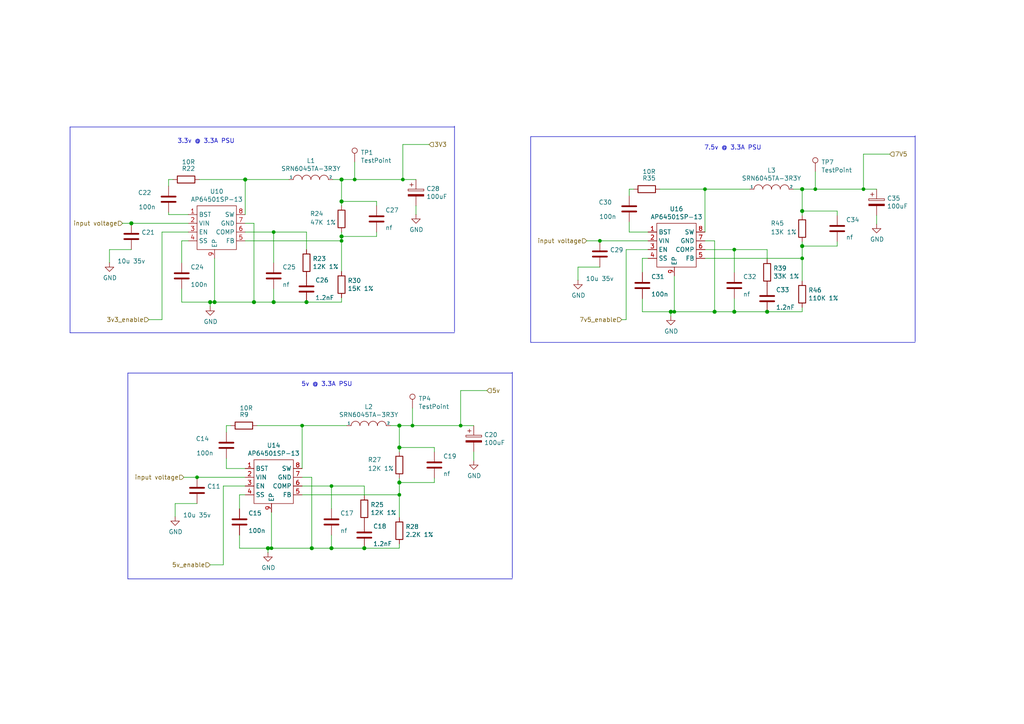
<source format=kicad_sch>
(kicad_sch (version 20231120) (generator "eeschema") (generator_version "8.0")
  (paper "A4")
  (title_block (title "Compute Module 4 IO Board - PSUs") (company "© 2020-2022 Raspberry Pi Ltd (formerly Raspberry Pi (Trading) Ltd.)") (comment 1 "www.raspberrypi.com"))
  (lib_symbols
    (symbol "CM4IO:AP64351"
      (property "Reference" "U" (at 0 8.89 0))
      (property "Value" "AP64351" (at 1.27 6.35 0))
      (symbol "AP64351_0_1"
        (rectangle (start -5.08 5.08) (end 6.35 -7.62))
      )
      (symbol "AP64351_1_1"
        (pin passive line (at -7.62 2.54 0) (length 2.54) (name "BST") (number "1"))
        (pin power_in line (at -7.62 0 0) (length 2.54) (name "VIN") (number "2"))
        (pin input line (at -7.62 -2.54 0) (length 2.54) (name "EN") (number "3"))
        (pin input line (at -7.62 -5.08 0) (length 2.54) (name "SS") (number "4"))
        (pin input line (at 8.89 -5.08 180) (length 2.54) (name "FB") (number "5"))
        (pin input line (at 8.89 -2.54 180) (length 2.54) (name "COMP") (number "6"))
        (pin power_in line (at 8.89 0 180) (length 2.54) (name "GND") (number "7"))
        (pin output line (at 8.89 2.54 180) (length 2.54) (name "SW") (number "8"))
        (pin passive line (at 0 -10.16 90) (length 2.54) (name "EP") (number "9"))
      )
    )
    (symbol "Connector:TestPoint" (pin_numbers hide) (pin_names (offset 0.762) hide)
      (property "Reference" "TP" (at 0 6.858 0))
      (property "Value" "TestPoint" (at 0 5.08 0))
      (symbol "TestPoint_0_1"
        (circle (center 0 3.302) (radius 0.762))
      )
      (symbol "TestPoint_1_1"
        (pin passive line (at 0 0 90) (length 2.54) (name "1") (number "1"))
      )
    )
    (symbol "Device:C" (pin_numbers hide) (pin_names (offset 0.254))
      (property "Reference" "C" (at 0.635 2.54 0))
      (property "Value" "C" (at 0.635 -2.54 0))
      (symbol "C_0_1"
        (polyline (pts (xy -2.032 -0.762) (xy 2.032 -0.762)) (stroke (width 0.508)))
        (polyline (pts (xy -2.032 0.762) (xy 2.032 0.762)) (stroke (width 0.508)))
      )
      (symbol "C_1_1"
        (pin passive line (at 0 3.81 270) (length 2.794) (name "~") (number "1"))
        (pin passive line (at 0 -3.81 90) (length 2.794) (name "~") (number "2"))
      )
    )
    (symbol "Device:CP" (pin_numbers hide) (pin_names (offset 0.254))
      (property "Reference" "C" (at 0.635 2.54 0))
      (property "Value" "CP" (at 0.635 -2.54 0))
      (symbol "CP_0_1"
        (rectangle (start -2.286 0.508) (end 2.286 1.016))
        (polyline (pts (xy -1.778 2.286) (xy -0.762 2.286)))
        (polyline (pts (xy -1.27 2.794) (xy -1.27 1.778)))
        (rectangle (start 2.286 -0.508) (end -2.286 -1.016) (fill (type outline)))
      )
      (symbol "CP_1_1"
        (pin passive line (at 0 3.81 270) (length 2.794) (name "~") (number "1"))
        (pin passive line (at 0 -3.81 90) (length 2.794) (name "~") (number "2"))
      )
    )
    (symbol "Device:R" (pin_numbers hide) (pin_names (offset 0))
      (property "Reference" "R" (at 2.032 0 90))
      (property "Value" "R" (at 0 0 90))
      (symbol "R_0_1"
        (rectangle (start -1.016 -2.54) (end 1.016 2.54) (stroke (width 0.254)))
      )
      (symbol "R_1_1"
        (pin passive line (at 0 3.81 270) (length 1.27) (name "~") (number "1"))
        (pin passive line (at 0 -3.81 90) (length 1.27) (name "~") (number "2"))
      )
    )
    (symbol "power:GND" (power) (pin_numbers hide) (pin_names (offset 0) hide)
      (property "Value" "GND" (at 0 -3.81 0))
      (symbol "GND_0_1"
        (polyline (pts (xy 0 0) (xy 0 -1.27) (xy 1.27 -1.27) (xy 0 -2.54) (xy -1.27 -1.27) (xy 0 -1.27)))
      )
      (symbol "GND_1_1"
        (pin power_in line (at 0 0 270) (length 0) (name "~") (number "1"))
      )
    )
    (symbol "pspice:INDUCTOR" (pin_numbers hide) (pin_names (offset 0))
      (property "Reference" "L" (at 0 2.54 0))
      (property "Value" "INDUCTOR" (at 0 -1.27 0))
      (symbol "INDUCTOR_0_1"
        (arc (start -2.54 0) (mid -3.81 1.2645) (end -5.08 0))
        (arc (start 0 0) (mid -1.27 1.2645) (end -2.54 0))
        (arc (start 2.54 0) (mid 1.27 1.2645) (end 0 0))
        (arc (start 5.08 0) (mid 3.81 1.2645) (end 2.54 0))
      )
      (symbol "INDUCTOR_1_1"
        (pin input line (at -6.35 0 0) (length 1.27) (name "1") (number "1"))
        (pin input line (at 6.35 0 180) (length 1.27) (name "2") (number "2"))
      )
    )
  )
  (junction (at 204.47 54.864))
  (junction (at 232.664 61.214) (diameter 1.016))
  (junction (at 60.96 87.63) (diameter 1.016))
  (junction (at 90.424 159.004) (diameter 1.016))
  (junction (at 57.15 138.43))
  (junction (at 79.375 67.31))
  (junction (at 99.06 69.85))
  (junction (at 99.06 58.42) (diameter 1.016))
  (junction (at 212.979 90.424) (diameter 1.016))
  (junction (at 71.12 52.07) (diameter 1.016))
  (junction (at 38.1 64.77) (diameter 1.016))
  (junction (at 115.824 143.51))
  (junction (at 232.664 54.864) (diameter 1.016))
  (junction (at 102.87 52.07))
  (junction (at 212.979 72.39))
  (junction (at 115.824 139.954) (diameter 1.016))
  (junction (at 133.604 123.444))
  (junction (at 236.474 54.864))
  (junction (at 88.9 87.63) (diameter 1.016))
  (junction (at 79.375 87.63) (diameter 1.016))
  (junction (at 119.634 123.444))
  (junction (at 96.139 159.004) (diameter 1.016))
  (junction (at 173.99 69.85))
  (junction (at 73.66 87.63) (diameter 1.016))
  (junction (at 62.23 87.63) (diameter 1.016))
  (junction (at 222.504 90.424) (diameter 1.016))
  (junction (at 115.824 129.794) (diameter 1.016))
  (junction (at 116.84 52.07))
  (junction (at 96.139 140.97))
  (junction (at 99.06 68.58) (diameter 1.016))
  (junction (at 232.664 74.93))
  (junction (at 250.444 54.864))
  (junction (at 105.664 159.004) (diameter 1.016))
  (junction (at 207.264 90.424) (diameter 1.016))
  (junction (at 194.564 90.424) (diameter 1.016))
  (junction (at 232.664 71.374) (diameter 1.016))
  (junction (at 77.724 159.004) (diameter 1.016))
  (junction (at 115.824 123.444) (diameter 1.016))
  (junction (at 87.63 123.444))
  (junction (at 195.58 90.424))
  (junction (at 99.06 52.07) (diameter 1.016))
  (junction (at 78.74 159.004))
  (wire (pts (xy 52.705 83.82) (xy 52.705 87.63)))
  (wire (pts (xy 133.604 123.444) (xy 133.604 113.284)))
  (wire (pts (xy 99.06 58.42) (xy 109.22 58.42)))
  (wire (pts (xy 254.254 62.484) (xy 254.254 65.024)))
  (wire (pts (xy 99.06 67.31) (xy 99.06 68.58)))
  (wire (pts (xy 90.424 159.004) (xy 96.139 159.004)))
  (wire (pts (xy 232.664 61.214) (xy 232.664 62.484)))
  (wire (pts (xy 250.444 44.704) (xy 258.064 44.704)))
  (wire (pts (xy 65.659 123.444) (xy 66.929 123.444)))
  (wire (pts (xy 232.664 54.864) (xy 232.664 61.214)))
  (wire (pts (xy 71.12 52.07) (xy 71.12 62.23)))
  (wire (pts (xy 182.499 67.31) (xy 187.96 67.31)))
  (polyline (pts (xy 148.59 167.894) (xy 37.084 167.894)) (stroke (width 0) (type solid)))
  (wire (pts (xy 207.264 69.85) (xy 207.264 90.424)))
  (wire (pts (xy 167.64 77.47) (xy 167.64 81.28)))
  (wire (pts (xy 194.564 91.694) (xy 194.564 90.424)))
  (wire (pts (xy 52.705 69.85) (xy 52.705 76.2)))
  (wire (pts (xy 232.664 90.424) (xy 232.664 89.154)))
  (wire (pts (xy 60.96 88.9) (xy 60.96 87.63)))
  (wire (pts (xy 115.824 139.954) (xy 115.824 143.51)))
  (wire (pts (xy 133.604 123.444) (xy 137.414 123.444)))
  (wire (pts (xy 250.444 54.864) (xy 250.444 44.704)))
  (wire (pts (xy 99.06 69.85) (xy 99.06 78.74)))
  (wire (pts (xy 99.06 52.07) (xy 99.06 58.42)))
  (wire (pts (xy 77.724 160.274) (xy 77.724 159.004)))
  (wire (pts (xy 236.474 54.864) (xy 250.444 54.864)))
  (wire (pts (xy 204.47 72.39) (xy 212.979 72.39)))
  (wire (pts (xy 115.824 143.51) (xy 115.824 150.114)))
  (wire (pts (xy 212.979 86.614) (xy 212.979 90.424)))
  (wire (pts (xy 71.12 67.31) (xy 79.375 67.31)))
  (wire (pts (xy 212.979 72.39) (xy 212.979 78.994)))
  (wire (pts (xy 204.47 54.864) (xy 204.47 67.31)))
  (wire (pts (xy 64.77 163.83) (xy 60.96 163.83)))
  (polyline (pts (xy 148.59 107.95) (xy 148.59 167.64)) (stroke (width 0) (type solid)))
  (wire (pts (xy 50.8 146.05) (xy 50.8 149.86)))
  (wire (pts (xy 96.139 140.97) (xy 96.139 147.574)))
  (wire (pts (xy 87.63 123.444) (xy 87.63 135.89)))
  (wire (pts (xy 31.75 72.39) (xy 38.1 72.39)))
  (wire (pts (xy 232.664 71.374) (xy 232.664 74.93)))
  (wire (pts (xy 71.12 140.97) (xy 64.77 140.97)))
  (wire (pts (xy 186.309 74.93) (xy 186.309 78.994)))
  (wire (pts (xy 73.66 64.77) (xy 73.66 87.63)))
  (wire (pts (xy 57.15 138.43) (xy 71.12 138.43)))
  (wire (pts (xy 99.06 52.07) (xy 102.87 52.07)))
  (wire (pts (xy 181.61 92.71) (xy 180.34 92.71)))
  (wire (pts (xy 173.99 69.85) (xy 187.96 69.85)))
  (wire (pts (xy 53.34 138.43) (xy 57.15 138.43)))
  (wire (pts (xy 232.664 70.104) (xy 232.664 71.374)))
  (wire (pts (xy 109.22 68.58) (xy 109.22 67.31)))
  (polyline (pts (xy 37.084 108.204) (xy 148.59 108.204)) (stroke (width 0) (type solid)))
  (wire (pts (xy 50.8 146.05) (xy 57.15 146.05)))
  (wire (pts (xy 77.724 159.004) (xy 78.74 159.004)))
  (wire (pts (xy 62.23 74.93) (xy 62.23 87.63)))
  (wire (pts (xy 105.664 140.97) (xy 105.664 143.764)))
  (wire (pts (xy 48.895 61.595) (xy 48.895 62.23)))
  (wire (pts (xy 60.96 87.63) (xy 62.23 87.63)))
  (wire (pts (xy 230.124 54.864) (xy 232.664 54.864)))
  (wire (pts (xy 48.895 53.975) (xy 48.895 52.07)))
  (wire (pts (xy 125.984 129.794) (xy 125.984 131.064)))
  (wire (pts (xy 232.664 61.214) (xy 242.824 61.214)))
  (wire (pts (xy 31.75 72.39) (xy 31.75 76.2)))
  (wire (pts (xy 69.469 155.194) (xy 69.469 159.004)))
  (wire (pts (xy 99.06 58.42) (xy 99.06 59.69)))
  (wire (pts (xy 102.87 46.99) (xy 102.87 52.07)))
  (wire (pts (xy 222.504 90.424) (xy 232.664 90.424)))
  (wire (pts (xy 242.824 71.374) (xy 242.824 70.104)))
  (wire (pts (xy 48.895 62.23) (xy 54.61 62.23)))
  (wire (pts (xy 73.66 87.63) (xy 79.375 87.63)))
  (wire (pts (xy 65.659 135.89) (xy 71.12 135.89)))
  (wire (pts (xy 52.705 87.63) (xy 60.96 87.63)))
  (wire (pts (xy 35.433 64.77) (xy 38.1 64.77)))
  (wire (pts (xy 79.375 83.82) (xy 79.375 87.63)))
  (wire (pts (xy 119.634 118.364) (xy 119.634 123.444)))
  (wire (pts (xy 167.64 77.47) (xy 173.99 77.47)))
  (wire (pts (xy 79.375 87.63) (xy 88.9 87.63)))
  (wire (pts (xy 38.1 64.77) (xy 54.61 64.77)))
  (polyline (pts (xy 265.43 39.37) (xy 265.43 99.06)) (stroke (width 0) (type solid)))
  (polyline (pts (xy 153.924 39.624) (xy 265.43 39.624)) (stroke (width 0) (type solid)))
  (polyline (pts (xy 265.43 99.314) (xy 153.924 99.314)) (stroke (width 0) (type solid)))
  (wire (pts (xy 79.375 67.31) (xy 88.9 67.31)))
  (wire (pts (xy 232.664 54.864) (xy 236.474 54.864)))
  (polyline (pts (xy 20.32 36.83) (xy 20.32 96.52)) (stroke (width 0) (type solid)))
  (wire (pts (xy 187.96 74.93) (xy 186.309 74.93)))
  (polyline (pts (xy 131.826 36.576) (xy 131.826 96.266)) (stroke (width 0) (type solid)))
  (wire (pts (xy 69.469 159.004) (xy 77.724 159.004)))
  (wire (pts (xy 125.984 139.954) (xy 125.984 138.684)))
  (wire (pts (xy 232.664 71.374) (xy 242.824 71.374)))
  (wire (pts (xy 204.47 54.864) (xy 217.424 54.864)))
  (wire (pts (xy 88.9 72.39) (xy 88.9 67.31)))
  (wire (pts (xy 195.58 90.424) (xy 207.264 90.424)))
  (wire (pts (xy 207.264 90.424) (xy 212.979 90.424)))
  (wire (pts (xy 99.06 68.58) (xy 99.06 69.85)))
  (wire (pts (xy 87.63 143.51) (xy 115.824 143.51)))
  (wire (pts (xy 87.63 138.43) (xy 90.424 138.43)))
  (wire (pts (xy 116.84 52.07) (xy 116.84 41.91)))
  (wire (pts (xy 181.61 72.39) (xy 181.61 92.71)))
  (wire (pts (xy 187.96 72.39) (xy 181.61 72.39)))
  (wire (pts (xy 74.549 123.444) (xy 87.63 123.444)))
  (wire (pts (xy 133.604 113.284) (xy 141.224 113.284)))
  (polyline (pts (xy 37.084 108.204) (xy 37.084 167.894)) (stroke (width 0) (type solid)))
  (wire (pts (xy 186.309 90.424) (xy 194.564 90.424)))
  (wire (pts (xy 46.99 67.31) (xy 46.99 92.71)))
  (wire (pts (xy 115.824 129.794) (xy 115.824 131.064)))
  (wire (pts (xy 65.659 125.349) (xy 65.659 123.444)))
  (wire (pts (xy 99.06 68.58) (xy 109.22 68.58)))
  (wire (pts (xy 222.504 72.39) (xy 222.504 75.184)))
  (wire (pts (xy 242.824 61.214) (xy 242.824 62.484)))
  (wire (pts (xy 71.12 64.77) (xy 73.66 64.77)))
  (wire (pts (xy 96.139 159.004) (xy 105.664 159.004)))
  (polyline (pts (xy 153.924 39.624) (xy 153.924 99.314)) (stroke (width 0) (type solid)))
  (wire (pts (xy 195.58 80.01) (xy 195.58 90.424)))
  (wire (pts (xy 204.47 69.85) (xy 207.264 69.85)))
  (wire (pts (xy 79.375 67.31) (xy 79.375 76.2)))
  (wire (pts (xy 212.979 72.39) (xy 222.504 72.39)))
  (wire (pts (xy 62.23 87.63) (xy 73.66 87.63)))
  (wire (pts (xy 105.664 159.004) (xy 115.824 159.004)))
  (wire (pts (xy 71.12 69.85) (xy 99.06 69.85)))
  (wire (pts (xy 71.12 143.51) (xy 69.469 143.51)))
  (wire (pts (xy 115.824 129.794) (xy 125.984 129.794)))
  (wire (pts (xy 116.84 41.91) (xy 124.46 41.91)))
  (polyline (pts (xy 131.826 96.52) (xy 20.32 96.52)) (stroke (width 0) (type solid)))
  (wire (pts (xy 78.74 159.004) (xy 90.424 159.004)))
  (wire (pts (xy 115.824 123.444) (xy 119.634 123.444)))
  (wire (pts (xy 170.18 69.85) (xy 173.99 69.85)))
  (wire (pts (xy 96.52 52.07) (xy 99.06 52.07)))
  (polyline (pts (xy 20.32 36.83) (xy 131.826 36.83)) (stroke (width 0) (type solid)))
  (wire (pts (xy 90.424 138.43) (xy 90.424 159.004)))
  (wire (pts (xy 113.284 123.444) (xy 115.824 123.444)))
  (wire (pts (xy 116.84 52.07) (xy 120.65 52.07)))
  (wire (pts (xy 69.469 143.51) (xy 69.469 147.574)))
  (wire (pts (xy 96.139 155.194) (xy 96.139 159.004)))
  (wire (pts (xy 182.499 54.864) (xy 183.769 54.864)))
  (wire (pts (xy 119.634 123.444) (xy 133.604 123.444)))
  (wire (pts (xy 99.06 87.63) (xy 99.06 86.36)))
  (wire (pts (xy 232.664 74.93) (xy 232.664 81.534)))
  (wire (pts (xy 212.979 90.424) (xy 222.504 90.424)))
  (wire (pts (xy 78.74 148.59) (xy 78.74 159.004)))
  (wire (pts (xy 102.87 52.07) (xy 116.84 52.07)))
  (wire (pts (xy 109.22 58.42) (xy 109.22 59.69)))
  (wire (pts (xy 71.12 52.07) (xy 83.82 52.07)))
  (wire (pts (xy 236.474 49.784) (xy 236.474 54.864)))
  (wire (pts (xy 54.61 69.85) (xy 52.705 69.85)))
  (wire (pts (xy 115.824 139.954) (xy 125.984 139.954)))
  (wire (pts (xy 194.564 90.424) (xy 195.58 90.424)))
  (wire (pts (xy 57.785 52.07) (xy 71.12 52.07)))
  (wire (pts (xy 64.77 140.97) (xy 64.77 163.83)))
  (wire (pts (xy 115.824 159.004) (xy 115.824 157.734)))
  (wire (pts (xy 87.63 140.97) (xy 96.139 140.97)))
  (wire (pts (xy 137.414 131.064) (xy 137.414 133.604)))
  (wire (pts (xy 120.65 59.69) (xy 120.65 62.23)))
  (wire (pts (xy 204.47 74.93) (xy 232.664 74.93)))
  (wire (pts (xy 48.895 52.07) (xy 50.165 52.07)))
  (wire (pts (xy 191.389 54.864) (xy 204.47 54.864)))
  (wire (pts (xy 54.61 67.31) (xy 46.99 67.31)))
  (wire (pts (xy 182.499 64.389) (xy 182.499 67.31)))
  (wire (pts (xy 96.139 140.97) (xy 105.664 140.97)))
  (wire (pts (xy 87.63 123.444) (xy 100.584 123.444)))
  (wire (pts (xy 115.824 123.444) (xy 115.824 129.794)))
  (wire (pts (xy 46.99 92.71) (xy 43.18 92.71)))
  (wire (pts (xy 182.499 56.769) (xy 182.499 54.864)))
  (wire (pts (xy 115.824 138.684) (xy 115.824 139.954)))
  (wire (pts (xy 250.444 54.864) (xy 254.254 54.864)))
  (wire (pts (xy 186.309 86.614) (xy 186.309 90.424)))
  (wire (pts (xy 88.9 87.63) (xy 99.06 87.63)))
  (wire (pts (xy 65.659 132.969) (xy 65.659 135.89)))
  (text "7.5v @ 3.3A PSU" (at 204.216 43.688 0) (effects (font (size 1.27 1.27)) (justify left bottom)))
  (text "5v @ 3.3A PSU" (at 87.376 112.268 0) (effects (font (size 1.27 1.27)) (justify left bottom)))
  (text "3.3v @ 3.3A PSU\n\n" (at 51.435 43.815 0) (effects (font (size 1.27 1.27)) (justify left bottom)))
  (hierarchical_label "5v_enable" (shape input) (at 60.96 163.83 180))
  (hierarchical_label "7v5_enable" (shape input) (at 180.34 92.71 180))
  (hierarchical_label "input voltage" (shape input) (at 35.56 64.77 180))
  (hierarchical_label "3v3_enable" (shape input) (at 43.18 92.71 180))
  (hierarchical_label "7V5" (shape input) (at 258.064 44.704 0))
  (hierarchical_label "3V3" (shape input) (at 124.46 41.91 0))
  (hierarchical_label "5v" (shape input) (at 141.224 113.284 0))
  (hierarchical_label "input voltage" (shape input) (at 170.18 69.85 180))
  (hierarchical_label "input voltage" (shape input) (at 53.34 138.43 180))
  (symbol (lib_id "Device:R") (at 70.739 123.444 270) (unit 1)
    (property "Reference" "R9" (at 69.469 120.269 90) (effects (justify left)))
    (property "Value" "10R" (at 69.469 118.364 90) (effects (justify left)))
    (property "Footprint" "Resistor_SMD:R_0805_2012Metric_Pad1.20x1.40mm_HandSolder" (effects (hide yes)))
    (property "Description" "Resistor" (effects (hide yes)))
    (property "Field4" "Farnell" (effects (hide yes)))
    (property "Field5" "9238999" (effects (hide yes)))
    (property "Field7" "Yageo" (effects (hide yes)))
    (property "Field6" "RC0402FR-0710RL" (effects (hide yes)))
    (property "Field8" "URES00256" (effects (hide yes)))
    (property "Part Description" "Resistor 10R M1005 1% 63mW" (effects (hide yes)))
  )
  (symbol (lib_id "power:GND") (at 167.64 81.28 0) (unit 1)
    (property "Reference" "#PWR055" (effects (hide yes)))
    (property "Value" "GND" (at 167.767 85.6742 0))
    (property "Description" "Power symbol creates a global label with name \"GND\" , ground" (effects (hide yes)))
  )
  (symbol (lib_id "CM4IO:AP64351") (at 195.58 69.85 0) (unit 1)
    (property "Reference" "U16" (at 196.215 60.6044 0))
    (property "Value" "AP64501SP-13" (at 196.215 62.9158 0))
    (property "Footprint" "Package_SO:SOIC-8-1EP_3.9x4.9mm_P1.27mm_EP2.95x4.9mm_Mask2.71x3.4mm_ThermalVias" (effects (hide yes)))
    (property "Datasheet" "https://www.diodes.com/assets/Datasheets/AP64501.pdf" (effects (hide yes)))
    (property "Field4" "Digikey" (effects (hide yes)))
    (property "Field5" "31-AP64501SP-13CT-ND" (effects (hide yes)))
    (property "Field6" "AP64501SP-13" (effects (hide yes)))
    (property "Field7" "Diodes" (effects (hide yes)))
    (property "Part Description" "Buck Switching Regulator IC Positive Adjustable 0.8V 1 Output 5A 8-SOIC (0.154\", 3.90mm Width) Exposed Pad" (effects (hide yes)))
  )
  (symbol (lib_id "Device:R") (at 115.824 134.874 0) (unit 1)
    (property "Reference" "R27" (at 106.68 133.35 0) (effects (justify left)))
    (property "Value" "12K 1%" (at 106.68 135.89 0) (effects (justify left)))
    (property "Footprint" "Resistor_SMD:R_0805_2012Metric_Pad1.20x1.40mm_HandSolder" (effects (hide yes)))
    (property "Description" "Resistor" (effects (hide yes)))
    (property "Field4" "Farnell" (effects (hide yes)))
    (property "Field5" "9239430" (effects (hide yes)))
    (property "Field7" "KOA EUROPE GMBH" (effects (hide yes)))
    (property "Field6" "RK73G1ETQTP4702D  " (effects (hide yes)))
    (property "Part Description" "Resistor 47K M1005 1% 63mW" (effects (hide yes)))
    (property "Field8" "120892781" (effects (hide yes)))
  )
  (symbol (lib_id "Device:C") (at 125.984 134.874 0) (unit 1)
    (property "Reference" "C19" (at 128.524 132.334 0) (effects (justify left)))
    (property "Value" "nf" (at 128.524 137.414 0) (effects (justify left)))
    (property "Footprint" "Capacitor_SMD:C_0805_2012Metric" (effects (hide yes)))
    (property "Description" "Unpolarized capacitor" (effects (hide yes)))
    (property "Field4" "Digikey" (effects (hide yes)))
    (property "Field5" "	490-17672-2-ND" (effects (hide yes)))
    (property "Field6" "GJM1555C1H270JB01D" (effects (hide yes)))
    (property "Field7" "Murata" (effects (hide yes)))
    (property "Part Description" "	27pF 5% 50V Ceramic Capacitor C0G, NP0 0402 (1005 Metric)" (effects (hide yes)))
  )
  (symbol (lib_id "Device:C") (at 65.659 129.159 0) (unit 1)
    (property "Reference" "C14" (at 56.769 127.254 0) (effects (justify left)))
    (property "Value" "100n" (at 56.9214 131.4196 0) (effects (justify left)))
    (property "Footprint" "Capacitor_SMD:C_0805_2012Metric" (effects (hide yes)))
    (property "Description" "Unpolarized capacitor" (effects (hide yes)))
    (property "Field4" "Farnell" (effects (hide yes)))
    (property "Field5" "2611911" (effects (hide yes)))
    (property "Field6" "RM EMK105 B7104KV-F" (effects (hide yes)))
    (property "Field7" "TAIYO YUDEN EUROPE GMBH" (effects (hide yes)))
    (property "Part Description" "	0.1uF 10% 16V Ceramic Capacitor X7R 0402 (1005 Metric)" (effects (hide yes)))
    (property "Field8" "110091611" (effects (hide yes)))
  )
  (symbol (lib_id "power:GND") (at 194.564 91.694 0) (unit 1)
    (property "Reference" "#PWR056" (effects (hide yes)))
    (property "Value" "GND" (at 194.691 96.0882 0))
    (property "Description" "Power symbol creates a global label with name \"GND\" , ground" (effects (hide yes)))
  )
  (symbol (lib_id "Device:R") (at 99.06 63.5 0) (unit 1)
    (property "Reference" "R24" (at 89.916 61.976 0) (effects (justify left)))
    (property "Value" "47K 1%" (at 89.916 64.516 0) (effects (justify left)))
    (property "Footprint" "Resistor_SMD:R_0805_2012Metric_Pad1.20x1.40mm_HandSolder" (effects (hide yes)))
    (property "Description" "Resistor" (effects (hide yes)))
    (property "Field4" "Farnell" (effects (hide yes)))
    (property "Field5" "9239430" (effects (hide yes)))
    (property "Field7" "KOA EUROPE GMBH" (effects (hide yes)))
    (property "Field6" "RK73G1ETQTP4702D  " (effects (hide yes)))
    (property "Part Description" "Resistor 47K M1005 1% 63mW" (effects (hide yes)))
    (property "Field8" "120892781" (effects (hide yes)))
  )
  (symbol (lib_id "Device:R") (at 53.975 52.07 270) (unit 1)
    (property "Reference" "R22" (at 52.705 48.895 90) (effects (justify left)))
    (property "Value" "10R" (at 52.705 46.99 90) (effects (justify left)))
    (property "Footprint" "Resistor_SMD:R_0805_2012Metric_Pad1.20x1.40mm_HandSolder" (effects (hide yes)))
    (property "Description" "Resistor" (effects (hide yes)))
    (property "Field4" "Farnell" (effects (hide yes)))
    (property "Field5" "9238999" (effects (hide yes)))
    (property "Field7" "Yageo" (effects (hide yes)))
    (property "Field6" "RC0402FR-0710RL" (effects (hide yes)))
    (property "Field8" "URES00256" (effects (hide yes)))
    (property "Part Description" "Resistor 10R M1005 1% 63mW" (effects (hide yes)))
  )
  (symbol (lib_id "power:GND") (at 31.75 76.2 0) (unit 1)
    (property "Reference" "#PWR04" (effects (hide yes)))
    (property "Value" "GND" (at 31.877 80.5942 0))
    (property "Description" "Power symbol creates a global label with name \"GND\" , ground" (effects (hide yes)))
  )
  (symbol (lib_id "Device:C") (at 57.15 142.24 0) (unit 1)
    (property "Reference" "C11" (at 60.071 141.0716 0) (effects (justify left)))
    (property "Value" "10u 35v" (at 53.0606 149.4028 0) (effects (justify left)))
    (property "Footprint" "Capacitor_SMD:C_0805_2012Metric" (effects (hide yes)))
    (property "Description" "Unpolarized capacitor" (effects (hide yes)))
    (property "Field5" "490-10505-1-ND" (effects (hide yes)))
    (property "Field4" "Digikey" (effects (hide yes)))
    (property "Field6" "GRM21BC8YA106KE11L " (effects (hide yes)))
    (property "Field7" "Murata" (effects (hide yes)))
    (property "Part Description" "	10uF 10% or 20% 35V Ceramic Capacitor X6S 0805 (2012 Metric)" (effects (hide yes)))
  )
  (symbol (lib_id "Device:R") (at 222.504 78.994 0) (unit 1)
    (property "Reference" "R39" (at 224.282 77.8256 0) (effects (justify left)))
    (property "Value" "33K 1%" (at 224.282 80.137 0) (effects (justify left)))
    (property "Footprint" "Resistor_SMD:R_0805_2012Metric_Pad1.20x1.40mm_HandSolder" (effects (hide yes)))
    (property "Description" "Resistor" (effects (hide yes)))
    (property "Field4" "Farnell" (effects (hide yes)))
    (property "Field5" "9239367" (effects (hide yes)))
    (property "Field7" "Rohm" (effects (hide yes)))
    (property "Field6" "MCR01MZPF1202" (effects (hide yes)))
    (property "Part Description" "Resistor 12K M1005 1% 63mW" (effects (hide yes)))
  )
  (symbol (lib_id "Device:R") (at 232.664 85.344 0) (unit 1)
    (property "Reference" "R46" (at 234.442 84.1756 0) (effects (justify left)))
    (property "Value" "110K 1%" (at 234.442 86.487 0) (effects (justify left)))
    (property "Footprint" "Resistor_SMD:R_0805_2012Metric_Pad1.20x1.40mm_HandSolder" (effects (hide yes)))
    (property "Description" "Resistor" (effects (hide yes)))
    (property "Field4" "Farnell" (effects (hide yes)))
    (property "Field5" "9239375" (effects (hide yes)))
    (property "Field6" "MCR01MZPF1502" (effects (hide yes)))
    (property "Field7" "Rohm" (effects (hide yes)))
    (property "Part Description" "Resistor 15K M1005 1% 63mW" (effects (hide yes)))
    (property "Field8" "120891581" (effects (hide yes)))
  )
  (symbol (lib_id "Device:R") (at 88.9 76.2 0) (unit 1)
    (property "Reference" "R23" (at 90.678 75.0316 0) (effects (justify left)))
    (property "Value" "12K 1%" (at 90.678 77.343 0) (effects (justify left)))
    (property "Footprint" "Resistor_SMD:R_0805_2012Metric_Pad1.20x1.40mm_HandSolder" (effects (hide yes)))
    (property "Description" "Resistor" (effects (hide yes)))
    (property "Field4" "Farnell" (effects (hide yes)))
    (property "Field5" "9239367" (effects (hide yes)))
    (property "Field7" "Rohm" (effects (hide yes)))
    (property "Field6" "MCR01MZPF1202" (effects (hide yes)))
    (property "Part Description" "Resistor 12K M1005 1% 63mW" (effects (hide yes)))
  )
  (symbol (lib_id "Device:R") (at 115.824 153.924 0) (unit 1)
    (property "Reference" "R28" (at 117.602 152.7556 0) (effects (justify left)))
    (property "Value" "2.2K 1%" (at 117.602 155.067 0) (effects (justify left)))
    (property "Footprint" "Resistor_SMD:R_0805_2012Metric_Pad1.20x1.40mm_HandSolder" (effects (hide yes)))
    (property "Description" "Resistor" (effects (hide yes)))
    (property "Field4" "Farnell" (effects (hide yes)))
    (property "Field5" "9239375" (effects (hide yes)))
    (property "Field6" "MCR01MZPF1502" (effects (hide yes)))
    (property "Field7" "Rohm" (effects (hide yes)))
    (property "Part Description" "Resistor 15K M1005 1% 63mW" (effects (hide yes)))
    (property "Field8" "120891581" (effects (hide yes)))
  )
  (symbol (lib_id "pspice:INDUCTOR") (at 90.17 52.07 0) (unit 1)
    (property "Reference" "L1" (at 90.17 46.609 0))
    (property "Value" "SRN6045TA-3R3Y" (at 90.17 48.9204 0))
    (property "Footprint" "Inductor_SMD:L_Bourns_SRN6045TA" (effects (hide yes)))
    (property "Datasheet" "https://www.bourns.com/docs/Product-Datasheets/SRN6045TA.pdf" (effects (hide yes)))
    (property "Field4" "Farnell" (effects (hide yes)))
    (property "Field5" "2616889" (effects (hide yes)))
    (property "Field6" "SRN6045TA-3R3Y" (effects (hide yes)))
    (property "Field7" "Bourns" (effects (hide yes)))
    (property "Part Description" "3.3µH Semi-Shielded Wirewound Inductor 7.8A 21mOhm Nonstandard" (effects (hide yes)))
  )
  (symbol (lib_id "Device:C") (at 242.824 66.294 0) (unit 1)
    (property "Reference" "C34" (at 245.364 63.754 0) (effects (justify left)))
    (property "Value" "nf" (at 245.364 68.834 0) (effects (justify left)))
    (property "Footprint" "Capacitor_SMD:C_0805_2012Metric" (effects (hide yes)))
    (property "Description" "Unpolarized capacitor" (effects (hide yes)))
    (property "Field4" "Digikey" (effects (hide yes)))
    (property "Field5" "	490-17672-2-ND" (effects (hide yes)))
    (property "Field6" "GJM1555C1H270JB01D" (effects (hide yes)))
    (property "Field7" "Murata" (effects (hide yes)))
    (property "Part Description" "	27pF 5% 50V Ceramic Capacitor C0G, NP0 0402 (1005 Metric)" (effects (hide yes)))
  )
  (symbol (lib_id "power:GND") (at 77.724 160.274 0) (unit 1)
    (property "Reference" "#PWR052" (effects (hide yes)))
    (property "Value" "GND" (at 77.851 164.6682 0))
    (property "Description" "Power symbol creates a global label with name \"GND\" , ground" (effects (hide yes)))
  )
  (symbol (lib_id "pspice:INDUCTOR") (at 106.934 123.444 0) (unit 1)
    (property "Reference" "L2" (at 106.934 117.983 0))
    (property "Value" "SRN6045TA-3R3Y" (at 106.934 120.2944 0))
    (property "Footprint" "Inductor_SMD:L_Bourns_SRN6045TA" (effects (hide yes)))
    (property "Datasheet" "https://www.bourns.com/docs/Product-Datasheets/SRN6045TA.pdf" (effects (hide yes)))
    (property "Field4" "Farnell" (effects (hide yes)))
    (property "Field5" "2616889" (effects (hide yes)))
    (property "Field6" "SRN6045TA-3R3Y" (effects (hide yes)))
    (property "Field7" "Bourns" (effects (hide yes)))
    (property "Part Description" "3.3µH Semi-Shielded Wirewound Inductor 7.8A 21mOhm Nonstandard" (effects (hide yes)))
  )
  (symbol (lib_id "Connector:TestPoint") (at 236.474 49.784 0) (unit 1)
    (property "Reference" "TP7" (at 238.2012 47.0408 0) (effects (justify left)))
    (property "Value" "TestPoint" (at 238.2012 49.3522 0) (effects (justify left)))
    (property "Footprint" "TestPoint:TestPoint_Pad_1.0x1.0mm" (effects (hide yes)))
    (property "Description" "test point" (effects (hide yes)))
    (property "Field4" "nf" (effects (hide yes)))
    (property "Field5" "nf" (effects (hide yes)))
    (property "Field6" "nf" (effects (hide yes)))
    (property "Field7" "nf" (effects (hide yes)))
  )
  (symbol (lib_id "power:GND") (at 60.96 88.9 0) (unit 1)
    (property "Reference" "#PWR016" (effects (hide yes)))
    (property "Value" "GND" (at 61.087 93.2942 0))
    (property "Description" "Power symbol creates a global label with name \"GND\" , ground" (effects (hide yes)))
  )
  (symbol (lib_id "CM4IO:AP64351") (at 78.74 138.43 0) (unit 1)
    (property "Reference" "U14" (at 79.375 129.1844 0))
    (property "Value" "AP64501SP-13" (at 79.375 131.4958 0))
    (property "Footprint" "Package_SO:SOIC-8-1EP_3.9x4.9mm_P1.27mm_EP2.95x4.9mm_Mask2.71x3.4mm_ThermalVias" (effects (hide yes)))
    (property "Datasheet" "https://www.diodes.com/assets/Datasheets/AP64501.pdf" (effects (hide yes)))
    (property "Field4" "Digikey" (effects (hide yes)))
    (property "Field5" "31-AP64501SP-13CT-ND" (effects (hide yes)))
    (property "Field6" "AP64501SP-13" (effects (hide yes)))
    (property "Field7" "Diodes" (effects (hide yes)))
    (property "Part Description" "Buck Switching Regulator IC Positive Adjustable 0.8V 1 Output 5A 8-SOIC (0.154\", 3.90mm Width) Exposed Pad" (effects (hide yes)))
  )
  (symbol (lib_id "Device:R") (at 187.579 54.864 270) (unit 1)
    (property "Reference" "R35" (at 186.309 51.689 90) (effects (justify left)))
    (property "Value" "10R" (at 186.309 49.784 90) (effects (justify left)))
    (property "Footprint" "Resistor_SMD:R_0805_2012Metric_Pad1.20x1.40mm_HandSolder" (effects (hide yes)))
    (property "Description" "Resistor" (effects (hide yes)))
    (property "Field4" "Farnell" (effects (hide yes)))
    (property "Field5" "9238999" (effects (hide yes)))
    (property "Field7" "Yageo" (effects (hide yes)))
    (property "Field6" "RC0402FR-0710RL" (effects (hide yes)))
    (property "Field8" "URES00256" (effects (hide yes)))
    (property "Part Description" "Resistor 10R M1005 1% 63mW" (effects (hide yes)))
  )
  (symbol (lib_id "power:GND") (at 254.254 65.024 0) (unit 1)
    (property "Reference" "#PWR057" (effects (hide yes)))
    (property "Value" "GND" (at 254.381 69.4182 0))
    (property "Description" "Power symbol creates a global label with name \"GND\" , ground" (effects (hide yes)))
  )
  (symbol (lib_id "Device:R") (at 232.664 66.294 0) (unit 1)
    (property "Reference" "R45" (at 223.52 64.77 0) (effects (justify left)))
    (property "Value" "13K 1%" (at 223.52 67.31 0) (effects (justify left)))
    (property "Footprint" "Resistor_SMD:R_0805_2012Metric_Pad1.20x1.40mm_HandSolder" (effects (hide yes)))
    (property "Description" "Resistor" (effects (hide yes)))
    (property "Field4" "Farnell" (effects (hide yes)))
    (property "Field5" "9239430" (effects (hide yes)))
    (property "Field7" "KOA EUROPE GMBH" (effects (hide yes)))
    (property "Field6" "RK73G1ETQTP4702D  " (effects (hide yes)))
    (property "Part Description" "Resistor 47K M1005 1% 63mW" (effects (hide yes)))
    (property "Field8" "120892781" (effects (hide yes)))
  )
  (symbol (lib_id "Device:CP") (at 137.414 127.254 0) (unit 1)
    (property "Reference" "C20" (at 140.4114 126.1114 0) (effects (justify left)))
    (property "Value" "100uF" (at 140.4108 128.397 0) (effects (justify left)))
    (property "Footprint" "Capacitor_Tantalum_SMD:CP_EIA-7343-31_Kemet-D" (effects (hide yes)))
    (property "Field4" "Mouser" (effects (hide yes)))
    (property "Field5" "667-EEF-CX0J101R" (effects (hide yes)))
    (property "Part Description" "Capacitor, SP-Cap, 100u, 6.3V, 15mR ESR" (effects (hide yes)))
  )
  (symbol (lib_id "power:GND") (at 50.8 149.86 0) (unit 1)
    (property "Reference" "#PWR02" (effects (hide yes)))
    (property "Value" "GND" (at 50.927 154.2542 0))
    (property "Description" "Power symbol creates a global label with name \"GND\" , ground" (effects (hide yes)))
  )
  (symbol (lib_id "Device:C") (at 52.705 80.01 0) (unit 1)
    (property "Reference" "C24" (at 55.245 77.47 0) (effects (justify left)))
    (property "Value" "100n" (at 55.245 82.55 0) (effects (justify left)))
    (property "Footprint" "Capacitor_SMD:C_0805_2012Metric" (effects (hide yes)))
    (property "Description" "Unpolarized capacitor" (effects (hide yes)))
    (property "Field4" "Farnell" (effects (hide yes)))
    (property "Field5" "2611911" (effects (hide yes)))
    (property "Field6" "RM EMK105 B7104KV-F" (effects (hide yes)))
    (property "Field7" "TAIYO YUDEN EUROPE GMBH" (effects (hide yes)))
    (property "Part Description" "	0.1uF 10% 16V Ceramic Capacitor X7R 0402 (1005 Metric)" (effects (hide yes)))
    (property "Field8" "110091611" (effects (hide yes)))
  )
  (symbol (lib_id "Connector:TestPoint") (at 119.634 118.364 0) (unit 1)
    (property "Reference" "TP4" (at 121.3612 115.6208 0) (effects (justify left)))
    (property "Value" "TestPoint" (at 121.3612 117.9322 0) (effects (justify left)))
    (property "Footprint" "TestPoint:TestPoint_Pad_1.0x1.0mm" (effects (hide yes)))
    (property "Description" "test point" (effects (hide yes)))
    (property "Field4" "nf" (effects (hide yes)))
    (property "Field5" "nf" (effects (hide yes)))
    (property "Field6" "nf" (effects (hide yes)))
    (property "Field7" "nf" (effects (hide yes)))
  )
  (symbol (lib_id "Device:R") (at 105.664 147.574 0) (unit 1)
    (property "Reference" "R25" (at 107.442 146.4056 0) (effects (justify left)))
    (property "Value" "12K 1%" (at 107.442 148.717 0) (effects (justify left)))
    (property "Footprint" "Resistor_SMD:R_0805_2012Metric_Pad1.20x1.40mm_HandSolder" (effects (hide yes)))
    (property "Description" "Resistor" (effects (hide yes)))
    (property "Field4" "Farnell" (effects (hide yes)))
    (property "Field5" "9239367" (effects (hide yes)))
    (property "Field7" "Rohm" (effects (hide yes)))
    (property "Field6" "MCR01MZPF1202" (effects (hide yes)))
    (property "Part Description" "Resistor 12K M1005 1% 63mW" (effects (hide yes)))
  )
  (symbol (lib_id "Device:C") (at 182.499 60.579 0) (unit 1)
    (property "Reference" "C30" (at 173.609 58.674 0) (effects (justify left)))
    (property "Value" "100n" (at 173.7614 62.8396 0) (effects (justify left)))
    (property "Footprint" "Capacitor_SMD:C_0805_2012Metric" (effects (hide yes)))
    (property "Description" "Unpolarized capacitor" (effects (hide yes)))
    (property "Field4" "Farnell" (effects (hide yes)))
    (property "Field5" "2611911" (effects (hide yes)))
    (property "Field6" "RM EMK105 B7104KV-F" (effects (hide yes)))
    (property "Field7" "TAIYO YUDEN EUROPE GMBH" (effects (hide yes)))
    (property "Part Description" "	0.1uF 10% 16V Ceramic Capacitor X7R 0402 (1005 Metric)" (effects (hide yes)))
    (property "Field8" "110091611" (effects (hide yes)))
  )
  (symbol (lib_id "Device:C") (at 222.504 86.614 0) (unit 1)
    (property "Reference" "C33" (at 225.044 84.074 0) (effects (justify left)))
    (property "Value" "1.2nF" (at 225.044 89.154 0) (effects (justify left)))
    (property "Footprint" "Capacitor_SMD:C_0805_2012Metric" (effects (hide yes)))
    (property "Description" "Unpolarized capacitor" (effects (hide yes)))
    (property "Field4" "Digikey" (effects (hide yes)))
    (property "Field5" "490-16429-1-ND" (effects (hide yes)))
    (property "Field6" "GCM155R71H122KA37D" (effects (hide yes)))
    (property "Field7" "Murata" (effects (hide yes)))
    (property "Part Description" "1200pF 10% 10V Ceramic Capacitor X5R 0402 (1005 Metric)" (effects (hide yes)))
  )
  (symbol (lib_id "Device:CP") (at 120.65 55.88 0) (unit 1)
    (property "Reference" "C28" (at 123.6474 54.7374 0) (effects (justify left)))
    (property "Value" "100uF" (at 123.6468 57.023 0) (effects (justify left)))
    (property "Footprint" "Capacitor_Tantalum_SMD:CP_EIA-7343-31_Kemet-D" (effects (hide yes)))
    (property "Field4" "Mouser" (effects (hide yes)))
    (property "Field5" "667-EEF-CX0J101R" (effects (hide yes)))
    (property "Part Description" "Capacitor, SP-Cap, 100u, 6.3V, 15mR ESR" (effects (hide yes)))
  )
  (symbol (lib_id "Device:C") (at 186.309 82.804 0) (unit 1)
    (property "Reference" "C31" (at 188.849 80.264 0) (effects (justify left)))
    (property "Value" "100n" (at 188.849 85.344 0) (effects (justify left)))
    (property "Footprint" "Capacitor_SMD:C_0805_2012Metric" (effects (hide yes)))
    (property "Description" "Unpolarized capacitor" (effects (hide yes)))
    (property "Field4" "Farnell" (effects (hide yes)))
    (property "Field5" "2611911" (effects (hide yes)))
    (property "Field6" "RM EMK105 B7104KV-F" (effects (hide yes)))
    (property "Field7" "TAIYO YUDEN EUROPE GMBH" (effects (hide yes)))
    (property "Part Description" "	0.1uF 10% 16V Ceramic Capacitor X7R 0402 (1005 Metric)" (effects (hide yes)))
    (property "Field8" "110091611" (effects (hide yes)))
  )
  (symbol (lib_id "Device:CP") (at 254.254 58.674 0) (unit 1)
    (property "Reference" "C35" (at 257.2514 57.5314 0) (effects (justify left)))
    (property "Value" "100uF" (at 257.2508 59.817 0) (effects (justify left)))
    (property "Footprint" "Capacitor_Tantalum_SMD:CP_EIA-7343-31_Kemet-D" (effects (hide yes)))
    (property "Field4" "Mouser" (effects (hide yes)))
    (property "Field5" "667-EEF-CX0J101R" (effects (hide yes)))
    (property "Part Description" "Capacitor, SP-Cap, 100u, 6.3V, 15mR ESR" (effects (hide yes)))
  )
  (symbol (lib_id "Device:C") (at 105.664 155.194 0) (unit 1)
    (property "Reference" "C18" (at 108.204 152.654 0) (effects (justify left)))
    (property "Value" "1.2nF" (at 108.204 157.734 0) (effects (justify left)))
    (property "Footprint" "Capacitor_SMD:C_0805_2012Metric" (effects (hide yes)))
    (property "Description" "Unpolarized capacitor" (effects (hide yes)))
    (property "Field4" "Digikey" (effects (hide yes)))
    (property "Field5" "490-16429-1-ND" (effects (hide yes)))
    (property "Field6" "GCM155R71H122KA37D" (effects (hide yes)))
    (property "Field7" "Murata" (effects (hide yes)))
    (property "Part Description" "1200pF 10% 10V Ceramic Capacitor X5R 0402 (1005 Metric)" (effects (hide yes)))
  )
  (symbol (lib_id "Connector:TestPoint") (at 102.87 46.99 0) (unit 1)
    (property "Reference" "TP1" (at 104.5972 44.2468 0) (effects (justify left)))
    (property "Value" "TestPoint" (at 104.5972 46.5582 0) (effects (justify left)))
    (property "Footprint" "TestPoint:TestPoint_Pad_1.0x1.0mm" (effects (hide yes)))
    (property "Description" "test point" (effects (hide yes)))
    (property "Field4" "nf" (effects (hide yes)))
    (property "Field5" "nf" (effects (hide yes)))
    (property "Field6" "nf" (effects (hide yes)))
    (property "Field7" "nf" (effects (hide yes)))
  )
  (symbol (lib_id "Device:C") (at 69.469 151.384 0) (unit 1)
    (property "Reference" "C15" (at 72.009 148.844 0) (effects (justify left)))
    (property "Value" "100n" (at 72.009 153.924 0) (effects (justify left)))
    (property "Footprint" "Capacitor_SMD:C_0805_2012Metric" (effects (hide yes)))
    (property "Description" "Unpolarized capacitor" (effects (hide yes)))
    (property "Field4" "Farnell" (effects (hide yes)))
    (property "Field5" "2611911" (effects (hide yes)))
    (property "Field6" "RM EMK105 B7104KV-F" (effects (hide yes)))
    (property "Field7" "TAIYO YUDEN EUROPE GMBH" (effects (hide yes)))
    (property "Part Description" "	0.1uF 10% 16V Ceramic Capacitor X7R 0402 (1005 Metric)" (effects (hide yes)))
    (property "Field8" "110091611" (effects (hide yes)))
  )
  (symbol (lib_id "Device:C") (at 79.375 80.01 0) (unit 1)
    (property "Reference" "C25" (at 81.915 77.47 0) (effects (justify left)))
    (property "Value" "nf" (at 81.915 82.55 0) (effects (justify left)))
    (property "Footprint" "Capacitor_SMD:C_0805_2012Metric" (effects (hide yes)))
    (property "Description" "Unpolarized capacitor" (effects (hide yes)))
  )
  (symbol (lib_id "power:GND") (at 120.65 62.23 0) (unit 1)
    (property "Reference" "#PWR029" (effects (hide yes)))
    (property "Value" "GND" (at 120.777 66.6242 0))
    (property "Description" "Power symbol creates a global label with name \"GND\" , ground" (effects (hide yes)))
  )
  (symbol (lib_id "Device:C") (at 173.99 73.66 0) (unit 1)
    (property "Reference" "C29" (at 176.911 72.4916 0) (effects (justify left)))
    (property "Value" "10u 35v" (at 169.9006 80.8228 0) (effects (justify left)))
    (property "Footprint" "Capacitor_SMD:C_0805_2012Metric" (effects (hide yes)))
    (property "Description" "Unpolarized capacitor" (effects (hide yes)))
    (property "Field5" "490-10505-1-ND" (effects (hide yes)))
    (property "Field4" "Digikey" (effects (hide yes)))
    (property "Field6" "GRM21BC8YA106KE11L " (effects (hide yes)))
    (property "Field7" "Murata" (effects (hide yes)))
    (property "Part Description" "	10uF 10% or 20% 35V Ceramic Capacitor X6S 0805 (2012 Metric)" (effects (hide yes)))
  )
  (symbol (lib_id "Device:C") (at 88.9 83.82 0) (unit 1)
    (property "Reference" "C26" (at 91.44 81.28 0) (effects (justify left)))
    (property "Value" "1.2nF" (at 91.44 86.36 0) (effects (justify left)))
    (property "Footprint" "Capacitor_SMD:C_0805_2012Metric" (effects (hide yes)))
    (property "Description" "Unpolarized capacitor" (effects (hide yes)))
    (property "Field4" "Digikey" (effects (hide yes)))
    (property "Field5" "490-16429-1-ND" (effects (hide yes)))
    (property "Field6" "GCM155R71H122KA37D" (effects (hide yes)))
    (property "Field7" "Murata" (effects (hide yes)))
    (property "Part Description" "1200pF 10% 10V Ceramic Capacitor X5R 0402 (1005 Metric)" (effects (hide yes)))
  )
  (symbol (lib_id "Device:C") (at 212.979 82.804 0) (unit 1)
    (property "Reference" "C32" (at 215.519 80.264 0) (effects (justify left)))
    (property "Value" "nf" (at 215.519 85.344 0) (effects (justify left)))
    (property "Footprint" "Capacitor_SMD:C_0805_2012Metric" (effects (hide yes)))
    (property "Description" "Unpolarized capacitor" (effects (hide yes)))
  )
  (symbol (lib_id "Device:C") (at 96.139 151.384 0) (unit 1)
    (property "Reference" "C17" (at 98.679 148.844 0) (effects (justify left)))
    (property "Value" "nf" (at 98.679 153.924 0) (effects (justify left)))
    (property "Footprint" "Capacitor_SMD:C_0805_2012Metric" (effects (hide yes)))
    (property "Description" "Unpolarized capacitor" (effects (hide yes)))
  )
  (symbol (lib_id "pspice:INDUCTOR") (at 223.774 54.864 0) (unit 1)
    (property "Reference" "L3" (at 223.774 49.403 0))
    (property "Value" "SRN6045TA-3R3Y" (at 223.774 51.7144 0))
    (property "Footprint" "Inductor_SMD:L_Bourns_SRN6045TA" (effects (hide yes)))
    (property "Datasheet" "https://www.bourns.com/docs/Product-Datasheets/SRN6045TA.pdf" (effects (hide yes)))
    (property "Field4" "Farnell" (effects (hide yes)))
    (property "Field5" "2616889" (effects (hide yes)))
    (property "Field6" "SRN6045TA-3R3Y" (effects (hide yes)))
    (property "Field7" "Bourns" (effects (hide yes)))
    (property "Part Description" "3.3µH Semi-Shielded Wirewound Inductor 7.8A 21mOhm Nonstandard" (effects (hide yes)))
  )
  (symbol (lib_id "Device:C") (at 38.1 68.58 0) (unit 1)
    (property "Reference" "C21" (at 41.021 67.4116 0) (effects (justify left)))
    (property "Value" "10u 35v" (at 34.0106 75.7428 0) (effects (justify left)))
    (property "Footprint" "Capacitor_SMD:C_0805_2012Metric" (effects (hide yes)))
    (property "Description" "Unpolarized capacitor" (effects (hide yes)))
    (property "Field5" "490-10505-1-ND" (effects (hide yes)))
    (property "Field4" "Digikey" (effects (hide yes)))
    (property "Field6" "GRM21BC8YA106KE11L " (effects (hide yes)))
    (property "Field7" "Murata" (effects (hide yes)))
    (property "Part Description" "	10uF 10% or 20% 35V Ceramic Capacitor X6S 0805 (2012 Metric)" (effects (hide yes)))
  )
  (symbol (lib_id "CM4IO:AP64351") (at 62.23 64.77 0) (unit 1)
    (property "Reference" "U10" (at 62.865 55.5244 0))
    (property "Value" "AP64501SP-13" (at 62.865 57.8358 0))
    (property "Footprint" "Package_SO:SOIC-8-1EP_3.9x4.9mm_P1.27mm_EP2.95x4.9mm_Mask2.71x3.4mm_ThermalVias" (effects (hide yes)))
    (property "Datasheet" "https://www.diodes.com/assets/Datasheets/AP64501.pdf" (effects (hide yes)))
    (property "Field4" "Digikey" (effects (hide yes)))
    (property "Field5" "31-AP64501SP-13CT-ND" (effects (hide yes)))
    (property "Field6" "AP64501SP-13" (effects (hide yes)))
    (property "Field7" "Diodes" (effects (hide yes)))
    (property "Part Description" "Buck Switching Regulator IC Positive Adjustable 0.8V 1 Output 5A 8-SOIC (0.154\", 3.90mm Width) Exposed Pad" (effects (hide yes)))
  )
  (symbol (lib_id "Device:R") (at 99.06 82.55 0) (unit 1)
    (property "Reference" "R30" (at 100.838 81.3816 0) (effects (justify left)))
    (property "Value" "15K 1%" (at 100.838 83.693 0) (effects (justify left)))
    (property "Footprint" "Resistor_SMD:R_0805_2012Metric_Pad1.20x1.40mm_HandSolder" (effects (hide yes)))
    (property "Description" "Resistor" (effects (hide yes)))
    (property "Field4" "Farnell" (effects (hide yes)))
    (property "Field5" "9239375" (effects (hide yes)))
    (property "Field6" "MCR01MZPF1502" (effects (hide yes)))
    (property "Field7" "Rohm" (effects (hide yes)))
    (property "Part Description" "Resistor 15K M1005 1% 63mW" (effects (hide yes)))
    (property "Field8" "120891581" (effects (hide yes)))
  )
  (symbol (lib_id "power:GND") (at 137.414 133.604 0) (unit 1)
    (property "Reference" "#PWR053" (effects (hide yes)))
    (property "Value" "GND" (at 137.541 137.9982 0))
    (property "Description" "Power symbol creates a global label with name \"GND\" , ground" (effects (hide yes)))
  )
  (symbol (lib_id "Device:C") (at 109.22 63.5 0) (unit 1)
    (property "Reference" "C27" (at 111.76 60.96 0) (effects (justify left)))
    (property "Value" "nf" (at 111.76 66.04 0) (effects (justify left)))
    (property "Footprint" "Capacitor_SMD:C_0805_2012Metric" (effects (hide yes)))
    (property "Description" "Unpolarized capacitor" (effects (hide yes)))
    (property "Field4" "Digikey" (effects (hide yes)))
    (property "Field5" "	490-17672-2-ND" (effects (hide yes)))
    (property "Field6" "GJM1555C1H270JB01D" (effects (hide yes)))
    (property "Field7" "Murata" (effects (hide yes)))
    (property "Part Description" "	27pF 5% 50V Ceramic Capacitor C0G, NP0 0402 (1005 Metric)" (effects (hide yes)))
  )
  (symbol (lib_id "Device:C") (at 48.895 57.785 0) (unit 1)
    (property "Reference" "C22" (at 40.005 55.88 0) (effects (justify left)))
    (property "Value" "100n" (at 40.1574 60.0456 0) (effects (justify left)))
    (property "Footprint" "Capacitor_SMD:C_0805_2012Metric" (effects (hide yes)))
    (property "Description" "Unpolarized capacitor" (effects (hide yes)))
    (property "Field4" "Farnell" (effects (hide yes)))
    (property "Field5" "2611911" (effects (hide yes)))
    (property "Field6" "RM EMK105 B7104KV-F" (effects (hide yes)))
    (property "Field7" "TAIYO YUDEN EUROPE GMBH" (effects (hide yes)))
    (property "Part Description" "	0.1uF 10% 16V Ceramic Capacitor X7R 0402 (1005 Metric)" (effects (hide yes)))
    (property "Field8" "110091611" (effects (hide yes)))
  )
)
</source>
